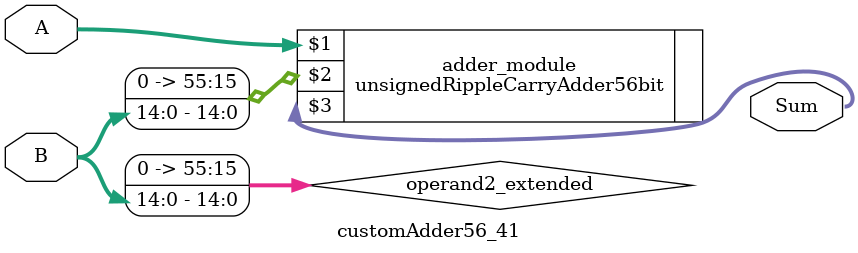
<source format=v>
module customAdder56_41(
                        input [55 : 0] A,
                        input [14 : 0] B,
                        
                        output [56 : 0] Sum
                );

        wire [55 : 0] operand2_extended;
        
        assign operand2_extended =  {41'b0, B};
        
        unsignedRippleCarryAdder56bit adder_module(
            A,
            operand2_extended,
            Sum
        );
        
        endmodule
        
</source>
